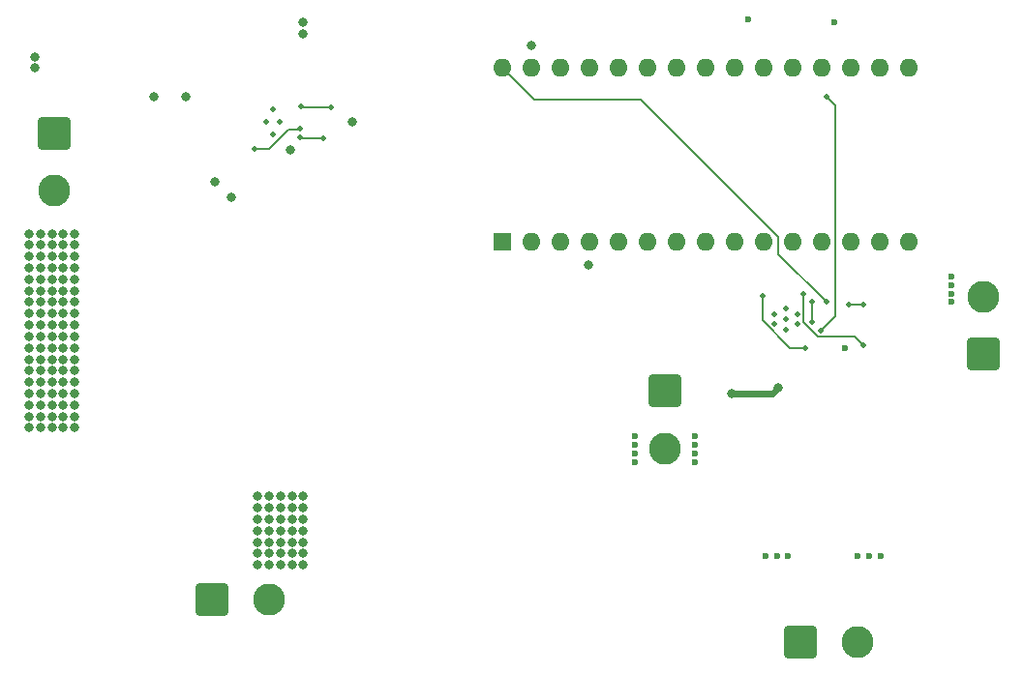
<source format=gbr>
%TF.GenerationSoftware,KiCad,Pcbnew,9.0.6*%
%TF.CreationDate,2026-01-16T13:55:08+01:00*%
%TF.ProjectId,Buck,4275636b-2e6b-4696-9361-645f70636258,rev?*%
%TF.SameCoordinates,Original*%
%TF.FileFunction,Copper,L4,Bot*%
%TF.FilePolarity,Positive*%
%FSLAX46Y46*%
G04 Gerber Fmt 4.6, Leading zero omitted, Abs format (unit mm)*
G04 Created by KiCad (PCBNEW 9.0.6) date 2026-01-16 13:55:08*
%MOMM*%
%LPD*%
G01*
G04 APERTURE LIST*
G04 Aperture macros list*
%AMRoundRect*
0 Rectangle with rounded corners*
0 $1 Rounding radius*
0 $2 $3 $4 $5 $6 $7 $8 $9 X,Y pos of 4 corners*
0 Add a 4 corners polygon primitive as box body*
4,1,4,$2,$3,$4,$5,$6,$7,$8,$9,$2,$3,0*
0 Add four circle primitives for the rounded corners*
1,1,$1+$1,$2,$3*
1,1,$1+$1,$4,$5*
1,1,$1+$1,$6,$7*
1,1,$1+$1,$8,$9*
0 Add four rect primitives between the rounded corners*
20,1,$1+$1,$2,$3,$4,$5,0*
20,1,$1+$1,$4,$5,$6,$7,0*
20,1,$1+$1,$6,$7,$8,$9,0*
20,1,$1+$1,$8,$9,$2,$3,0*%
G04 Aperture macros list end*
%TA.AperFunction,ComponentPad*%
%ADD10RoundRect,0.250001X1.149999X-1.149999X1.149999X1.149999X-1.149999X1.149999X-1.149999X-1.149999X0*%
%TD*%
%TA.AperFunction,ComponentPad*%
%ADD11C,2.800000*%
%TD*%
%TA.AperFunction,ComponentPad*%
%ADD12C,0.499999*%
%TD*%
%TA.AperFunction,ComponentPad*%
%ADD13RoundRect,0.250001X-1.149999X-1.149999X1.149999X-1.149999X1.149999X1.149999X-1.149999X1.149999X0*%
%TD*%
%TA.AperFunction,ComponentPad*%
%ADD14RoundRect,0.250001X-1.149999X1.149999X-1.149999X-1.149999X1.149999X-1.149999X1.149999X1.149999X0*%
%TD*%
%TA.AperFunction,ComponentPad*%
%ADD15O,1.600000X1.600000*%
%TD*%
%TA.AperFunction,ComponentPad*%
%ADD16R,1.600000X1.600000*%
%TD*%
%TA.AperFunction,ViaPad*%
%ADD17C,0.600000*%
%TD*%
%TA.AperFunction,ViaPad*%
%ADD18C,0.800000*%
%TD*%
%TA.AperFunction,ViaPad*%
%ADD19C,0.500000*%
%TD*%
%TA.AperFunction,Conductor*%
%ADD20C,0.600000*%
%TD*%
%TA.AperFunction,Conductor*%
%ADD21C,0.200000*%
%TD*%
G04 APERTURE END LIST*
D10*
%TO.P,J3,1,Pin_1*%
%TO.N,VIN_A*%
X223500000Y-126500000D03*
D11*
%TO.P,J3,2,Pin_2*%
%TO.N,GND*%
X223500000Y-121500000D03*
%TD*%
D12*
%TO.P,U3,V*%
%TO.N,VCC_M*%
X206215002Y-122587502D03*
X207190001Y-123040001D03*
X205240003Y-123040001D03*
X206215002Y-123492502D03*
X207190001Y-123945000D03*
X205240003Y-123945000D03*
X206215002Y-124397501D03*
%TD*%
D13*
%TO.P,J5,1,Pin_1*%
%TO.N,OUTB*%
X207500000Y-151750000D03*
D11*
%TO.P,J5,2,Pin_2*%
%TO.N,OUTA*%
X212500000Y-151750000D03*
%TD*%
D14*
%TO.P,J4,1,Pin_1*%
%TO.N,/VBAT*%
X195640000Y-129790000D03*
D11*
%TO.P,J4,2,Pin_2*%
%TO.N,GND*%
X195640000Y-134790000D03*
%TD*%
D15*
%TO.P,A1,30,VIN*%
%TO.N,VIN_A*%
X181440000Y-101510000D03*
%TO.P,A1,29,GND*%
%TO.N,GND*%
X183980000Y-101510000D03*
%TO.P,A1,28,~{RESET}*%
%TO.N,unconnected-(A1-~{RESET}-Pad28)*%
X186520000Y-101510000D03*
%TO.P,A1,27,+5V*%
%TO.N,unconnected-(A1-+5V-Pad27)*%
X189060000Y-101510000D03*
%TO.P,A1,26,A7*%
%TO.N,unconnected-(A1-A7-Pad26)*%
X191600000Y-101510000D03*
%TO.P,A1,25,A6*%
%TO.N,unconnected-(A1-A6-Pad25)*%
X194140000Y-101510000D03*
%TO.P,A1,24,SCL/A5*%
%TO.N,unconnected-(A1-SCL{slash}A5-Pad24)*%
X196680000Y-101510000D03*
%TO.P,A1,23,SDA/A4*%
%TO.N,unconnected-(A1-SDA{slash}A4-Pad23)*%
X199220000Y-101510000D03*
%TO.P,A1,22,A3*%
%TO.N,unconnected-(A1-A3-Pad22)*%
X201760000Y-101510000D03*
%TO.P,A1,21,A2*%
%TO.N,unconnected-(A1-A2-Pad21)*%
X204300000Y-101510000D03*
%TO.P,A1,20,A1*%
%TO.N,unconnected-(A1-A1-Pad20)*%
X206840000Y-101510000D03*
%TO.P,A1,19,A0*%
%TO.N,Net-(A1-A0)*%
X209380000Y-101510000D03*
%TO.P,A1,18,AREF*%
%TO.N,unconnected-(A1-AREF-Pad18)*%
X211920000Y-101510000D03*
%TO.P,A1,17,3V3*%
%TO.N,unconnected-(A1-3V3-Pad17)*%
X214460000Y-101510000D03*
%TO.P,A1,16,SCK*%
%TO.N,unconnected-(A1-SCK-Pad16)*%
X217000000Y-101510000D03*
%TO.P,A1,15,MISO*%
%TO.N,unconnected-(A1-MISO-Pad15)*%
X217000000Y-116750000D03*
%TO.P,A1,14,MOSI*%
%TO.N,unconnected-(A1-MOSI-Pad14)*%
X214460000Y-116750000D03*
%TO.P,A1,13,D10*%
%TO.N,/ENA{slash}DIAGA*%
X211920000Y-116750000D03*
%TO.P,A1,12,D9*%
%TO.N,/ENB{slash}DIAGB*%
X209380000Y-116750000D03*
%TO.P,A1,11,D8*%
%TO.N,/INA_A*%
X206840000Y-116750000D03*
%TO.P,A1,10,D7*%
%TO.N,/INB_A*%
X204300000Y-116750000D03*
%TO.P,A1,9,D6*%
%TO.N,unconnected-(A1-D6-Pad9)*%
X201760000Y-116750000D03*
%TO.P,A1,8,D5*%
%TO.N,/PWM_A*%
X199220000Y-116750000D03*
%TO.P,A1,7,D4*%
%TO.N,unconnected-(A1-D4-Pad7)*%
X196680000Y-116750000D03*
%TO.P,A1,6,D3*%
%TO.N,unconnected-(A1-D3-Pad6)*%
X194140000Y-116750000D03*
%TO.P,A1,5,D2*%
%TO.N,unconnected-(A1-D2-Pad5)*%
X191600000Y-116750000D03*
%TO.P,A1,4,GND*%
%TO.N,GND*%
X189060000Y-116750000D03*
%TO.P,A1,3,~{RESET}*%
%TO.N,unconnected-(A1-~{RESET}-Pad3)*%
X186520000Y-116750000D03*
%TO.P,A1,2,RX1*%
%TO.N,unconnected-(A1-RX1-Pad2)*%
X183980000Y-116750000D03*
D16*
%TO.P,A1,1,TX1*%
%TO.N,unconnected-(A1-TX1-Pad1)*%
X181440000Y-116750000D03*
%TD*%
D14*
%TO.P,J1,1,Pin_1*%
%TO.N,+24V*%
X142250000Y-107250000D03*
D11*
%TO.P,J1,2,Pin_2*%
%TO.N,GND*%
X142250000Y-112250000D03*
%TD*%
D13*
%TO.P,J2,1,Pin_1*%
%TO.N,/VOUT*%
X156000000Y-148000000D03*
D11*
%TO.P,J2,2,Pin_2*%
%TO.N,GND*%
X161000000Y-148000000D03*
%TD*%
D12*
%TO.P,U1,V*%
%TO.N,GND*%
X160750002Y-106250000D03*
X161350001Y-105150000D03*
X161350001Y-107350000D03*
X161950000Y-106250000D03*
%TD*%
D17*
%TO.N,GND*%
X220722500Y-120490000D03*
X220722500Y-121240000D03*
X220722500Y-121990000D03*
X220722500Y-119740000D03*
D18*
%TO.N,/VBAT*%
X205500000Y-129500000D03*
X201500000Y-130000000D03*
D19*
%TO.N,Net-(U2-INA)*%
X207750000Y-121250000D03*
X213000000Y-125750000D03*
%TO.N,Net-(U2-ENB{slash}DIAGB)*%
X208500000Y-122000000D03*
X208500000Y-123750000D03*
%TO.N,VIN_A*%
X209750000Y-122000000D03*
X211750000Y-122250000D03*
X213000000Y-122250000D03*
%TO.N,Net-(U2-CS)*%
X209250000Y-124500000D03*
X209750000Y-104000000D03*
%TO.N,Net-(U2-INB)*%
X204172500Y-121490000D03*
X207922500Y-125990000D03*
D17*
%TO.N,GND*%
X198222500Y-134490000D03*
X198222500Y-135240000D03*
X198222500Y-135990000D03*
X198222500Y-133740000D03*
X192972500Y-133740000D03*
X192972500Y-134490000D03*
X192972500Y-135990000D03*
X192972500Y-135240000D03*
X204422500Y-144240000D03*
X205422500Y-144240000D03*
X206422500Y-144240000D03*
X212500000Y-144240000D03*
X213500000Y-144240000D03*
X214500000Y-144240000D03*
X211422500Y-125990000D03*
D18*
X183922500Y-99490000D03*
X188922500Y-118740000D03*
D17*
X202922500Y-97240000D03*
X210422500Y-97490000D03*
D18*
X162000000Y-143000000D03*
X162000000Y-140000000D03*
X142000000Y-126000000D03*
X143000000Y-117000000D03*
X142000000Y-132000000D03*
X142000000Y-116000000D03*
X140000000Y-131000000D03*
X140000000Y-123000000D03*
X142000000Y-117000000D03*
X143000000Y-119000000D03*
X140000000Y-121000000D03*
X144000000Y-130000000D03*
X164000000Y-139000000D03*
X161000000Y-145000000D03*
X150900000Y-104000000D03*
X153750000Y-104000000D03*
X140000000Y-133000000D03*
X140000000Y-126000000D03*
X144000000Y-125000000D03*
X143000000Y-123000000D03*
X164000000Y-143000000D03*
X161000000Y-142000000D03*
X140000000Y-117000000D03*
X162000000Y-145000000D03*
X143000000Y-120000000D03*
X140000000Y-118000000D03*
X162000000Y-139000000D03*
X142000000Y-131000000D03*
X141000000Y-123000000D03*
X160000000Y-144000000D03*
X140000000Y-128000000D03*
X140000000Y-122000000D03*
X143000000Y-124000000D03*
X163000000Y-144000000D03*
X142000000Y-133000000D03*
X141000000Y-127000000D03*
X140000000Y-125000000D03*
X162000000Y-142000000D03*
X141000000Y-122000000D03*
X144000000Y-123000000D03*
X142000000Y-129000000D03*
X157700000Y-112800000D03*
X161000000Y-143000000D03*
X143000000Y-129000000D03*
X164000000Y-97500000D03*
X144000000Y-131000000D03*
X164000000Y-145000000D03*
X140000000Y-124000000D03*
X140500000Y-101500000D03*
X141000000Y-128000000D03*
X144000000Y-127000000D03*
X163000000Y-141000000D03*
X160000000Y-143000000D03*
X161000000Y-139000000D03*
X141000000Y-133000000D03*
X144000000Y-120000000D03*
X141000000Y-116000000D03*
X144000000Y-132000000D03*
X141000000Y-117000000D03*
X142000000Y-130000000D03*
X143000000Y-133000000D03*
X143000000Y-127000000D03*
X144000000Y-124000000D03*
X163000000Y-142000000D03*
X160000000Y-142000000D03*
X143000000Y-125000000D03*
X164000000Y-142000000D03*
X144000000Y-117000000D03*
X142000000Y-118000000D03*
X141000000Y-125000000D03*
X142000000Y-128000000D03*
X142000000Y-120000000D03*
X162900000Y-108700000D03*
X163000000Y-140000000D03*
X141000000Y-130000000D03*
X164000000Y-98500000D03*
X163000000Y-139000000D03*
X162000000Y-141000000D03*
X161000000Y-144000000D03*
X144000000Y-121000000D03*
X144000000Y-118000000D03*
X144000000Y-129000000D03*
X141000000Y-121000000D03*
X164000000Y-144000000D03*
X143000000Y-122000000D03*
X143000000Y-126000000D03*
X160000000Y-141000000D03*
X141000000Y-118000000D03*
X142000000Y-119000000D03*
X142000000Y-122000000D03*
X143000000Y-118000000D03*
X156300000Y-111500000D03*
X160000000Y-139000000D03*
X142000000Y-127000000D03*
X163000000Y-143000000D03*
X164000000Y-141000000D03*
X143000000Y-128000000D03*
X141000000Y-132000000D03*
X144000000Y-119000000D03*
X141000000Y-129000000D03*
X140500000Y-100500000D03*
X163000000Y-145000000D03*
X143000000Y-131000000D03*
X142000000Y-125000000D03*
X144000000Y-128000000D03*
X140000000Y-132000000D03*
X162000000Y-144000000D03*
X142000000Y-123000000D03*
X141000000Y-120000000D03*
X141000000Y-124000000D03*
X160000000Y-140000000D03*
X144000000Y-122000000D03*
X140000000Y-119000000D03*
X143000000Y-116000000D03*
X143000000Y-121000000D03*
X143000000Y-132000000D03*
X160000000Y-145000000D03*
X140000000Y-127000000D03*
X142000000Y-124000000D03*
X141000000Y-131000000D03*
X161000000Y-140000000D03*
X164000000Y-140000000D03*
X144000000Y-133000000D03*
X144000000Y-116000000D03*
X161000000Y-141000000D03*
X140000000Y-120000000D03*
X143000000Y-130000000D03*
X142000000Y-121000000D03*
X140000000Y-116000000D03*
X141000000Y-126000000D03*
X140000000Y-130000000D03*
X144000000Y-126000000D03*
X141000000Y-119000000D03*
X168250000Y-106250000D03*
X140000000Y-129000000D03*
D19*
%TO.N,/SYNCIN*%
X159700000Y-108600000D03*
X163696157Y-106838448D03*
%TO.N,/LG*%
X165750000Y-107625000D03*
X163706476Y-107538372D03*
%TO.N,/HG*%
X163772965Y-104860139D03*
X166391248Y-104908752D03*
%TD*%
D20*
%TO.N,/VBAT*%
X205000000Y-130000000D02*
X205500000Y-129500000D01*
X201500000Y-130000000D02*
X205000000Y-130000000D01*
D21*
%TO.N,Net-(U2-INA)*%
X207750000Y-123722664D02*
X207750000Y-121250000D01*
X209038336Y-125011000D02*
X207750000Y-123722664D01*
X212261000Y-125011000D02*
X209038336Y-125011000D01*
X213000000Y-125750000D02*
X212261000Y-125011000D01*
%TO.N,Net-(U2-ENB{slash}DIAGB)*%
X208500000Y-123750000D02*
X208500000Y-122000000D01*
%TO.N,VIN_A*%
X209750000Y-122000000D02*
X205551000Y-117801000D01*
X205551000Y-117801000D02*
X205551000Y-116301000D01*
X184180000Y-104250000D02*
X181440000Y-101510000D01*
X205551000Y-116301000D02*
X193500000Y-104250000D01*
X193500000Y-104250000D02*
X184180000Y-104250000D01*
X213000000Y-122250000D02*
X211750000Y-122250000D01*
%TO.N,Net-(U2-CS)*%
X210500000Y-123250000D02*
X210500000Y-104750000D01*
X209250000Y-124500000D02*
X210500000Y-123250000D01*
X210500000Y-104750000D02*
X209750000Y-104000000D01*
%TO.N,Net-(U2-INB)*%
X204172500Y-123586017D02*
X204172500Y-121490000D01*
X206576483Y-125990000D02*
X204172500Y-123586017D01*
X207922500Y-125990000D02*
X206576483Y-125990000D01*
%TO.N,/SYNCIN*%
X162713352Y-106911649D02*
X161025001Y-108600000D01*
X161025001Y-108600000D02*
X159700000Y-108600000D01*
X163682329Y-106911649D02*
X162713352Y-106911649D01*
%TO.N,/LG*%
X164532475Y-107625000D02*
X164500000Y-107657475D01*
X164500000Y-107657475D02*
X163957475Y-107657475D01*
X165750000Y-107625000D02*
X164532475Y-107625000D01*
X164857475Y-107657475D02*
X164500000Y-107657475D01*
X163957475Y-107657475D02*
X163800000Y-107500000D01*
%TO.N,/HG*%
X163785208Y-104908752D02*
X166391248Y-104908752D01*
X166400000Y-104900000D02*
X166391248Y-104908752D01*
%TD*%
M02*

</source>
